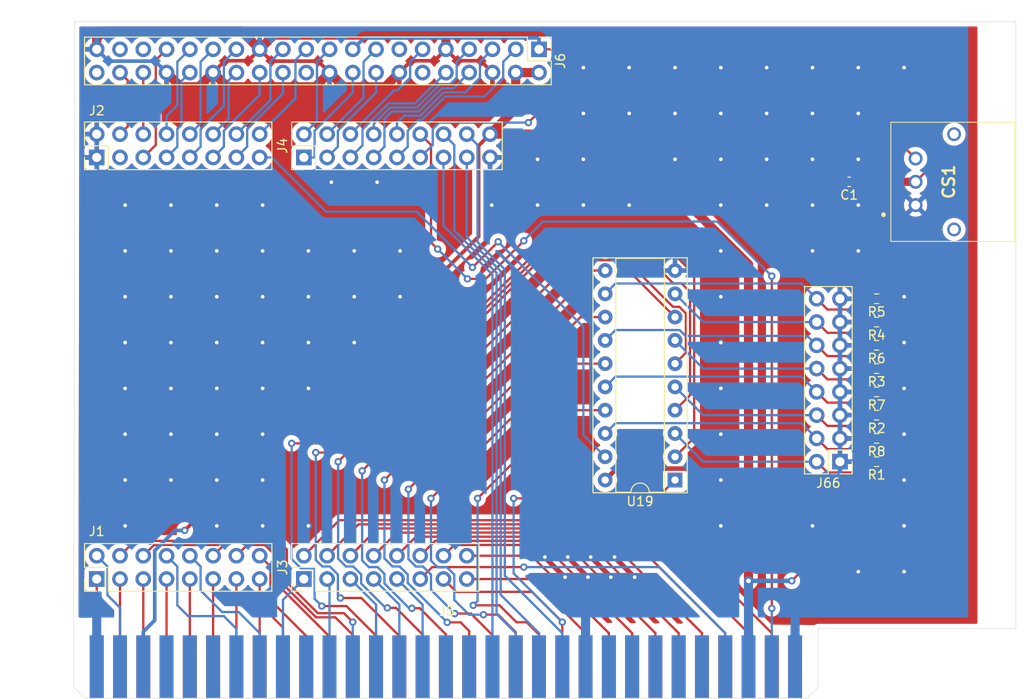
<source format=kicad_pcb>
(kicad_pcb (version 20211014) (generator pcbnew)
  (layers (0 "F.Cu" signal) (31 "B.Cu" signal) (34 "B.Paste" user) (35 "F.Paste" user) (36 "B.SilkS" user "B.Silkscreen") (37 "F.SilkS" user "F.Silkscreen") (38 "B.Mask" user) (39 "F.Mask" user) (44 "Edge.Cuts" user))
  (net 0 "")
  (net 1 "A0")
  (net 2 "A1")
  (net 3 "A2")
  (net 4 "A3")
  (net 5 "A4")
  (net 6 "A5")
  (net 7 "A6")
  (net 8 "A7")
  (net 9 "D0")
  (net 10 "D1")
  (net 11 "D2")
  (net 12 "D3")
  (net 13 "D4")
  (net 14 "D5")
  (net 15 "D6")
  (net 16 "D7")
  (net 17 "GND")
  (net 18 "VCC")
  (net 19 "~{MEMR}")
  (net 20 "~{MEMW}")
  (net 21 "A8")
  (net 22 "A9")
  (net 23 "AEN")
  (net 24 "~{IOW}")
  (net 25 "~{IOR}")
  (net 26 "IO_READY")
  (net 27 "RESET")
  (net 33 "A11")
  (net 37 "A10")
  (net 38 "OSC")
  (net 39 "ROM")
  (net 40 "IRQ1")
  (net 41 "CLK")
  (net 43 "SPDIF_OUT")
  (net 44 "RP13")
  (net 45 "RP12")
  (net 46 "RP11")
  (net 47 "RP10")
  (net 48 "RP9")
  (net 49 "RP8")
  (net 50 "RP7")
  (net 51 "RP6")
  (net 52 "RP5")
  (net 53 "RP4")
  (net 54 "RP3")
  (net 55 "RP2")
  (net 56 "RP1")
  (net 57 "RP0")
  (net 59 "IRQ2")
  (net 60 "IRQ3")
  (net 61 "IRQ4")
  (net 62 "IRQ5")
  (net 63 "A19")
  (net 64 "IRQ7")
  (net 65 "DRQ1")
  (net 66 "~{DACK1}")
  (net 67 "A18")
  (net 68 "A17")
  (net 69 "RP21")
  (net 70 "RP20")
  (net 71 "RP19")
  (net 72 "RP18")
  (net 73 "RP17")
  (net 74 "RP16")
  (net 75 "RP15")
  (net 76 "RP14")
  (net 77 "A16")
  (net 78 "A15")
  (net 79 "A14")
  (net 80 "A13")
  (net 81 "A12")
  (net 87 "DRQ2")
  (net 88 "~{DACK3}")
  (net 89 "V3")
  (net 93 "R0")
  (net 94 "R1")
  (net 95 "R2")
  (net 96 "R3")
  (net 97 "R7")
  (net 98 "R6")
  (net 99 "R5")
  (net 100 "R4")
  (footprint "adlib:BUS_PC" (layer "F.Cu") (at 140 120)
    (fp_text reference "J5")
    (fp_text value "Bus_ISA_8bit")
  )
  (footprint "Connector_PinHeader_2.54mm:PinHeader_2x08_P2.54mm_Vertical" (layer "F.Cu") (at 124.5 110.8 90)
    (fp_text reference "J3")
    (fp_text value "Conn_02x08_Odd_Even")
  )
  (footprint "Connector_PinHeader_2.54mm:PinHeader_2x09_P2.54mm_Vertical" (layer "F.Cu") (at 124.5 64.8 90)
    (fp_text reference "J4")
    (fp_text value "Conn_02x09_Odd_Even")
  )
  (footprint "Connector_PinHeader_2.54mm:PinHeader_2x08_P2.54mm_Vertical" (layer "F.Cu") (at 101.9 110.8 90)
    (fp_text reference "J1")
    (fp_text value "Conn_02x08_Odd_Even")
  )
  (footprint "Connector_PinHeader_2.54mm:PinHeader_2x08_P2.54mm_Vertical" (layer "F.Cu") (at 101.9 64.8 90)
    (fp_text reference "J2")
    (fp_text value "Conn_02x08_Odd_Even")
  )
  (footprint "Connector_PinHeader_2.54mm:PinHeader_2x20_P2.54mm_Vertical" (layer "F.Cu") (at 150.16 53 -90)
    (fp_text reference "J6")
    (fp_text value "Raspberry_Pi_2_3")
  )
  (footprint "Resistor_SMD:R_0603_1608Metric" (layer "F.Cu") (at 187 95.46 180)
    (fp_text reference "R8")
    (fp_text value "10k")
  )
  (footprint "Capacitor_SMD:C_0603_1608Metric" (layer "F.Cu") (at 184 67.46 180)
    (fp_text reference "C1")
    (fp_text value "0.1u")
  )
  (footprint "Resistor_SMD:R_0603_1608Metric" (layer "F.Cu") (at 187 80.22 180)
    (fp_text reference "R5")
    (fp_text value "10k")
  )
  (footprint "Resistor_SMD:R_0603_1608Metric" (layer "F.Cu") (at 187 92.92 180)
    (fp_text reference "R2")
    (fp_text value "10k")
  )
  (footprint "SamacSys_Parts:TOTX1350F" (layer "F.Cu") (at 191.25 70 -90)
    (fp_text reference "CS1")
    (fp_text value "TOTX1350_F_" hide)
  )
  (footprint "Resistor_SMD:R_0603_1608Metric" (layer "F.Cu") (at 187 85.3 180)
    (fp_text reference "R6")
    (fp_text value "10k")
  )
  (footprint "Connector_PinHeader_2.54mm:PinHeader_2x08_P2.54mm_Vertical" (layer "F.Cu") (at 183 98 180)
    (fp_text reference "J66")
    (fp_text value "Conn_02x08_Odd_Even")
  )
  (footprint "Resistor_SMD:R_0603_1608Metric" (layer "F.Cu") (at 187 98 180)
    (fp_text reference "R1")
    (fp_text value "10k")
  )
  (footprint "Resistor_SMD:R_0603_1608Metric" (layer "F.Cu") (at 187 90.38 180)
    (fp_text reference "R7")
    (fp_text value "10k")
  )
  (footprint "Package_DIP:DIP-20_W7.62mm_Socket" (layer "F.Cu") (at 165 100 180)
    (fp_text reference "U19")
    (fp_text value "74LS688")
  )
  (footprint "Resistor_SMD:R_0603_1608Metric" (layer "F.Cu") (at 187 87.84 180)
    (fp_text reference "R3")
    (fp_text value "10k")
  )
  (footprint "Resistor_SMD:R_0603_1608Metric" (layer "F.Cu") (at 187 82.76 180)
    (fp_text reference "R4")
    (fp_text value "10k")
  )
  (gr_line (start 99.5 50) (end 99.5 58) (layer "Edge.Cuts") (width 0.05))
  (gr_line (start 180.6 50) (end 99.5 50) (layer "Edge.Cuts") (width 0.05))
  (gr_line (start 100.6 123.8) (end 99.4 122.6) (layer "Edge.Cuts") (width 0.05))
  (gr_line (start 180.6 122.6) (end 180.6 116.2) (layer "Edge.Cuts") (width 0.05))
  (gr_line (start 202.2 50) (end 180.6 50) (layer "Edge.Cuts") (width 0.05))
  (gr_line (start 99.4 122.6) (end 99.4 116.2) (layer "Edge.Cuts") (width 0.05))
  (gr_line (start 99.4 116.2) (end 99.5 58) (layer "Edge.Cuts") (width 0.05))
  (gr_line (start 202.2 116.2) (end 202.2 50) (layer "Edge.Cuts") (width 0.05))
  (gr_line (start 180.6 116.2) (end 202.2 116.2) (layer "Edge.Cuts") (width 0.05))
  (gr_line (start 179.4 123.8) (end 100.6 123.8) (layer "Edge.Cuts") (width 0.05))
  (gr_line (start 179.4 123.8) (end 180.6 122.6) (layer "Edge.Cuts") (width 0.05))
  (segment (start 101.9 120.381) (end 101.9 110.8) (width 0.25) (layer "F.Cu") (net 1))
  (segment (start 104.44 120.381) (end 104.44 110.8) (width 0.25) (layer "F.Cu") (net 2))
  (segment (start 106.98 120.381) (end 106.98 116.702) (width 0.25) (layer "F.Cu") (net 3))
  (segment (start 106.98 116.702) (end 106.98 110.8) (width 0.25) (layer "F.Cu") (net 3))
  (segment (start 109.52 120.381) (end 109.52 116.702) (width 0.25) (layer "F.Cu") (net 4))
  (segment (start 109.52 116.702) (end 109.52 110.8) (width 0.25) (layer "F.Cu") (net 4))
  (segment (start 112.06 120.381) (end 112.06 110.8) (width 0.25) (layer "F.Cu") (net 5))
  (segment (start 114.6 120.381) (end 114.6 110.8) (width 0.25) (layer "F.Cu") (net 6))
  (segment (start 117.14 120.381) (end 117.14 110.8) (width 0.25) (layer "F.Cu") (net 7))
  (segment (start 119.68 120.381) (end 119.68 110.8) (width 0.25) (layer "F.Cu") (net 8))
  (segment (start 157.78 120.381) (end 157.78 116.702) (width 0.25) (layer "F.Cu") (net 9))
  (segment (start 143.482081 108.26) (end 142.28 108.26) (width 0.25) (layer "F.Cu") (net 9))
  (segment (start 157.78 116.702) (end 149.338 108.26) (width 0.25) (layer "F.Cu") (net 9))
  (segment (start 149.338 108.26) (end 143.482081 108.26) (width 0.25) (layer "F.Cu") (net 9))
  (segment (start 150.702999 107.084999) (end 140.915001 107.084999) (width 0.25) (layer "F.Cu") (net 10))
  (segment (start 160.32 116.702) (end 150.702999 107.084999) (width 0.25) (layer "F.Cu") (net 10))
  (segment (start 160.32 120.381) (end 160.32 116.702) (width 0.25) (layer "F.Cu") (net 10))
  (segment (start 140.915001 107.084999) (end 140.589999 107.410001) (width 0.25) (layer "F.Cu") (net 10))
  (segment (start 140.589999 107.410001) (end 139.74 108.26) (width 0.25) (layer "F.Cu") (net 10))
  (segment (start 162.86 120.381) (end 162.86 116.702) (width 0.25) (layer "F.Cu") (net 11))
  (segment (start 162.86 116.702) (end 152.79299 106.63499) (width 0.25) (layer "F.Cu") (net 11))
  (segment (start 138.82501 106.63499) (end 138.049999 107.410001) (width 0.25) (layer "F.Cu") (net 11))
  (segment (start 138.049999 107.410001) (end 137.2 108.26) (width 0.25) (layer "F.Cu") (net 11))
  (segment (start 152.79299 106.63499) (end 138.82501 106.63499) (width 0.25) (layer "F.Cu") (net 11))
  (segment (start 135.509999 107.410001) (end 134.66 108.26) (width 0.25) (layer "F.Cu") (net 12))
  (segment (start 165.4 120.381) (end 165.4 116.702) (width 0.25) (layer "F.Cu") (net 12))
  (segment (start 136.73502 106.18498) (end 135.509999 107.410001) (width 0.25) (layer "F.Cu") (net 12))
  (segment (start 165.4 116.702) (end 154.88298 106.18498) (width 0.25) (layer "F.Cu") (net 12))
  (segment (start 154.88298 106.18498) (end 136.73502 106.18498) (width 0.25) (layer "F.Cu") (net 12))
  (segment (start 167.94 116.702) (end 156.972971 105.734971) (width 0.25) (layer "F.Cu") (net 13))
  (segment (start 167.94 120.381) (end 167.94 116.702) (width 0.25) (layer "F.Cu") (net 13))
  (segment (start 156.972971 105.734971) (end 134.645029 105.734971) (width 0.25) (layer "F.Cu") (net 13))
  (segment (start 132.969999 107.410001) (end 132.12 108.26) (width 0.25) (layer "F.Cu") (net 13))
  (segment (start 134.645029 105.734971) (end 132.969999 107.410001) (width 0.25) (layer "F.Cu") (net 13))
  (segment (start 170.48 120.381) (end 170.48 116.702) (width 0.25) (layer "F.Cu") (net 14))
  (segment (start 159.062961 105.284961) (end 132.555039 105.284961) (width 0.25) (layer "F.Cu") (net 14))
  (segment (start 132.555039 105.284961) (end 130.429999 107.410001) (width 0.25) (layer "F.Cu") (net 14))
  (segment (start 170.48 116.702) (end 159.062961 105.284961) (width 0.25) (layer "F.Cu") (net 14))
  (segment (start 130.429999 107.410001) (end 129.58 108.26) (width 0.25) (layer "F.Cu") (net 14))
  (segment (start 130.465049 104.834951) (end 127.889999 107.410001) (width 0.25) (layer "F.Cu") (net 15))
  (segment (start 173.02 116.702) (end 161.152951 104.834951) (width 0.25) (layer "F.Cu") (net 15))
  (segment (start 161.152951 104.834951) (end 130.465049 104.834951) (width 0.25) (layer "F.Cu") (net 15))
  (segment (start 173.02 120.381) (end 173.02 116.702) (width 0.25) (layer "F.Cu") (net 15))
  (segment (start 127.889999 107.410001) (end 127.04 108.26) (width 0.25) (layer "F.Cu") (net 15))
  (segment (start 163.242942 104.384942) (end 128.375058 104.384942) (width 0.25) (layer "F.Cu") (net 16))
  (segment (start 175.56 120.381) (end 175.56 116.702) (width 0.25) (layer "F.Cu") (net 16))
  (segment (start 175.56 116.702) (end 163.242942 104.384942) (width 0.25) (layer "F.Cu") (net 16))
  (segment (start 125.349999 107.410001) (end 124.5 108.26) (width 0.25) (layer "F.Cu") (net 16))
  (segment (start 128.375058 104.384942) (end 125.349999 107.410001) (width 0.25) (layer "F.Cu") (net 16))
  (segment (start 134.92 55.54) (end 136.209999 54.250001) (width 0.4) (layer "F.Cu") (net 17))
  (segment (start 128.850001 57.090001) (end 133.369999 57.090001) (width 1) (layer "F.Cu") (net 17))
  (segment (start 158.4 108.4) (end 160.6 110.6) (width 0.5) (layer "F.Cu") (net 17))
  (segment (start 150.8 108.4) (end 153 110.6) (width 0.5) (layer "F.Cu") (net 17))
  (segment (start 111.070001 57.090001) (end 113.049999 57.090001) (width 1) (layer "F.Cu") (net 17))
  (segment (start 120.529999 52.150001) (end 119.68 53) (width 1) (layer "F.Cu") (net 17))
  (segment (start 102.69793 50.999989) (end 117.679989 50.999989) (width 1) (layer "F.Cu") (net 17))
  (segment (start 127.3 55.54) (end 128.850001 57.090001) (width 1) (layer "F.Cu") (net 17))
  (segment (start 153.3 108.4) (end 155.5 110.6) (width 0.5) (layer "F.Cu") (net 17))
  (segment (start 118.830001 52.150001) (end 119.68 53) (width 1) (layer "F.Cu") (net 17))
  (segment (start 141.250001 54.250001) (end 143.790001 54.250001) (width 0.4) (layer "F.Cu") (net 17))
  (segment (start 136.209999 54.250001) (end 138.749999 54.250001) (width 0.4) (layer "F.Cu") (net 17))
  (segment (start 140 51.797919) (end 139.65208 51.449999) (width 1) (layer "F.Cu") (net 17))
  (segment (start 133.369999 57.090001) (end 134.070001 56.389999) (width 1) (layer "F.Cu") (net 17))
  (segment (start 118.830001 53.849999) (end 119.68 53) (width 0.4) (layer "F.Cu") (net 17))
  (segment (start 117.679989 50.999989) (end 118.830001 52.150001) (width 1) (layer "F.Cu") (net 17))
  (segment (start 113.750001 56.389999) (end 114.6 55.54) (width 1) (layer "F.Cu") (net 17))
  (segment (start 101.9 51.797919) (end 102.69793 50.999989) (width 1) (layer "F.Cu") (net 17))
  (segment (start 126.450001 56.389999) (end 127.3 55.54) (width 1) (layer "F.Cu") (net 17))
  (segment (start 116.150001 57.090001) (end 125.749999 57.090001) (width 1) (layer "F.Cu") (net 17))
  (segment (start 139.65208 51.449999) (end 121.230001 51.449999) (width 1) (layer "F.Cu") (net 17))
  (segment (start 134.070001 56.389999) (end 134.92 55.54) (width 1) (layer "F.Cu") (net 17))
  (segment (start 121.230001 51.449999) (end 120.529999 52.150001) (width 1) (layer "F.Cu") (net 17))
  (segment (start 140 53) (end 141.250001 54.250001) (width 0.4) (layer "F.Cu") (net 17))
  (segment (start 155.8 108.4) (end 158 110.6) (width 0.5) (layer "F.Cu") (net 17))
  (segment (start 138.749999 54.250001) (end 139.150001 53.849999) (width 0.4) (layer "F.Cu") (net 17))
  (segment (start 115.889999 54.250001) (end 118.429999 54.250001) (width 0.4) (layer "F.Cu") (net 17))
  (segment (start 139.150001 53.849999) (end 140 53) (width 0.4) (layer "F.Cu") (net 17))
  (segment (start 125.749999 57.090001) (end 126.450001 56.389999) (width 1) (layer "F.Cu") (net 17))
  (segment (start 118.429999 54.250001) (end 118.830001 53.849999) (width 0.4) (layer "F.Cu") (net 17))
  (segment (start 113.049999 57.090001) (end 113.750001 56.389999) (width 1) (layer "F.Cu") (net 17))
  (segment (start 114.6 55.54) (end 115.889999 54.250001) (width 0.4) (layer "F.Cu") (net 17))
  (segment (start 140 53) (end 140 51.797919) (width 1) (layer "F.Cu") (net 17))
  (segment (start 126.049999 54.289999) (end 120.969999 54.289999) (width 0.4) (layer "F.Cu") (net 17))
  (segment (start 127.3 55.54) (end 126.049999 54.289999) (width 0.4) (layer "F.Cu") (net 17))
  (segment (start 101.9 53) (end 101.9 51.797919) (width 1) (layer "F.Cu") (net 17))
  (segment (start 144.230001 54.690001) (end 145.08 55.54) (width 0.4) (layer "F.Cu") (net 17))
  (segment (start 114.6 55.54) (end 116.150001 57.090001) (width 1) (layer "F.Cu") (net 17))
  (segment (start 109.52 55.54) (end 111.070001 57.090001) (width 1) (layer "F.Cu") (net 17))
  (segment (start 143.790001 54.250001) (end 144.230001 54.690001) (width 0.4) (layer "F.Cu") (net 17))
  (segment (start 120.529999 53.849999) (end 119.68 53) (width 0.4) (layer "F.Cu") (net 17))
  (segment (start 120.969999 54.289999) (end 120.529999 53.849999) (width 0.4) (layer "F.Cu") (net 17))
  (via (at 155 65) (size 0.8) (drill 0.4) (layers "F.Cu" "B.Cu") (net 17))
  (via (at 125 85) (size 0.8) (drill 0.4) (layers "F.Cu" "B.Cu") (net 17))
  (via (at 155.5 110.6) (size 0.8) (drill 0.4) (layers "F.Cu" "B.Cu") (net 17))
  (via (at 185 55) (size 0.8) (drill 0.4) (layers "F.Cu" "B.Cu") (net 17))
  (via (at 170 95) (size 0.8) (drill 0.4) (layers "F.Cu" "B.Cu") (net 17))
  (via (at 130 85) (size 0.8) (drill 0.4) (layers "F.Cu" "B.Cu") (net 17))
  (via (at 120 80) (size 0.8) (drill 0.4) (layers "F.Cu" "B.Cu") (net 17))
  (via (at 125 80) (size 0.8) (drill 0.4) (layers "F.Cu" "B.Cu") (net 17))
  (via (at 130 80) (size 0.8) (drill 0.4) (layers "F.Cu" "B.Cu") (net 17))
  (via (at 110 100) (size 0.8) (drill 0.4) (layers "F.Cu" "B.Cu") (net 17))
  (via (at 153 110.6) (size 0.8) (drill 0.4) (layers "F.Cu" "B.Cu") (net 17))
  (via (at 120 105) (size 0.8) (drill 0.4) (layers "F.Cu" "B.Cu") (net 17))
  (via (at 190 90) (size 0.8) (drill 0.4) (layers "F.Cu" "B.Cu") (net 17))
  (via (at 115 100) (size 0.8) (drill 0.4) (layers "F.Cu" "B.Cu") (net 17))
  (via (at 115 70) (size 0.8) (drill 0.4) (layers "F.Cu" "B.Cu") (net 17))
  (via (at 170 60) (size 0.8) (drill 0.4) (layers "F.Cu" "B.Cu") (net 17))
  (via (at 190 105) (size 0.8) (drill 0.4) (layers "F.Cu" "B.Cu") (net 17))
  (via (at 190 85) (size 0.8) (drill 0.4) (layers "F.Cu" "B.Cu") (net 17))
  (via (at 115 85) (size 0.8) (drill 0.4) (layers "F.Cu" "B.Cu") (net 17))
  (via (at 175 70) (size 0.8) (drill 0.4) (layers "F.Cu" "B.Cu") (net 17))
  (via (at 105 95) (size 0.8) (drill 0.4) (layers "F.Cu" "B.Cu") (net 17))
  (via (at 160.6 110.6) (size 0.8) (drill 0.4) (layers "F.Cu" "B.Cu") (net 17))
  (via (at 110 90) (size 0.8) (drill 0.4) (layers "F.Cu" "B.Cu") (net 17))
  (via (at 170 75) (size 0.8) (drill 0.4) (layers "F.Cu" "B.Cu") (net 17))
  (via (at 185 70) (size 0.8) (drill 0.4) (layers "F.Cu" "B.Cu") (net 17))
  (via (at 190 55) (size 0.8) (drill 0.4) (layers "F.Cu" "B.Cu") (net 17))
  (via (at 150.8 108.4) (size 0.8) (drill 0.4) (layers "F.Cu" "B.Cu") (net 17))
  (via (at 130 75) (size 0.8) (drill 0.4) (layers "F.Cu" "B.Cu") (net 17))
  (via (at 115 105) (size 0.8) (drill 0.4) (layers "F.Cu" "B.Cu") (net 17))
  (via (at 120 100) (size 0.8) (drill 0.4) (layers "F.Cu" "B.Cu") (net 17))
  (via (at 135 75) (size 0.8) (drill 0.4) (layers "F.Cu" "B.Cu") (net 17))
  (via (at 158.4 108.4) (size 0.8) (drill 0.4) (layers "F.Cu" "B.Cu") (net 17))
  (via (at 165 65) (size 0.8) (drill 0.4) (layers "F.Cu" "B.Cu") (net 17))
  (via (at 190 110) (size 0.8) (drill 0.4) (layers "F.Cu" "B.Cu") (net 17))
  (via (at 135 80) (size 0.8) (drill 0.4) (layers "F.Cu" "B.Cu") (net 17))
  (via (at 165 55) (size 0.8) (drill 0.4) (layers "F.Cu" "B.Cu") (net 17))
  (via (at 155 55) (size 0.8) (drill 0.4) (layers "F.Cu" "B.Cu") (net 17))
  (via (at 190 95) (size 0.8) (drill 0.4) (layers "F.Cu" "B.Cu") (net 17))
  (via (at 165 60) (size 0.8) (drill 0.4) (layers "F.Cu" "B.Cu") (net 17))
  (via (at 120 90) (size 0.8) (drill 0.4) (layers "F.Cu" "B.Cu") (net 17))
  (via (at 175 60) (size 0.8) (drill 0.4) (layers "F.Cu" "B.Cu") (net 17))
  (via (at 115 75) (size 0.8) (drill 0.4) (layers "F.Cu" "B.Cu") (net 17))
  (via (at 105 105) (size 0.8) (drill 0.4) (layers "F.Cu" "B.Cu") (net 17))
  (via (at 150 70) (size 0.8) (drill 0.4) (layers "F.Cu" "B.Cu") (net 17))
  (via (at 190 80) (size 0.8) (drill 0.4) (layers "F.Cu" "B.Cu") (net 17))
  (via (at 125 105) (size 0.8) (drill 0.4) (layers "F.Cu" "B.Cu") (net 17))
  (via (at 120 75) (size 0.8) (drill 0.4) (layers "F.Cu" "B.Cu") (net 17))
  (via (at 115 90) (size 0.8) (drill 0.4) (layers "F.Cu" "B.Cu") (net 17))
  (via (at 190 100) (size 0.8) (drill 0.4) (layers "F.Cu" "B.Cu") (net 17))
  (via (at 120 95) (size 0.8) (drill 0.4) (layers "F.Cu" "B.Cu") (net 17))
  (via (at 175 65) (size 0.8) (drill 0.4) (layers "F.Cu" "B.Cu") (net 17))
  (via (at 110 80) (size 0.8) (drill 0.4) (layers "F.Cu" "B.Cu") (net 17))
  (via (at 155.8 108.4) (size 0.8) (drill 0.4) (layers "F.Cu" "B.Cu") (net 17))
  (via (at 170 65) (size 0.8) (drill 0.4) (layers "F.Cu" "B.Cu") (net 17))
  (via (at 170 100) (size 0.8) (drill 0.4) (layers "F.Cu" "B.Cu") (net 17))
  (via (at 105 90) (size 0.8) (drill 0.4) (layers "F.Cu" "B.Cu") (net 17))
  (via (at 180 60) (size 0.8) (drill 0.4) (layers "F.Cu" "B.Cu") (net 17))
  (via (at 185 75) (size 0.8) (drill 0.4) (layers "F.Cu" "B.Cu") (net 17))
  (via (at 180 65) (size 0.8) (drill 0.4) (layers "F.Cu" "B.Cu") (net 17))
  (via (at 145 70) (size 0.8) (drill 0.4) (layers "F.Cu" "B.Cu") (net 17))
  (via (at 160 60) (size 0.8) (drill 0.4) (layers "F.Cu" "B.Cu") (net 17))
  (via (at 105 80) (size 0.8) (drill 0.4) (layers "F.Cu" "B.Cu") (net 17))
  (via (at 110 75) (size 0.8) (drill 0.4) (layers "F.Cu" "B.Cu") (net 17))
  (via (at 105 75) (size 0.8) (drill 0.4) (layers "F.Cu" "B.Cu") (net 17))
  (via (at 110 95) (size 0.8) (drill 0.4) (layers "F.Cu" "B.Cu") (net 17))
  (via (at 185 60) (size 0.8) (drill 0.4) (layers "F.Cu" "B.Cu") (net 17))
  (via (at 180 70) (size 0.8) (drill 0.4) (layers "F.Cu" "B.Cu") (net 17))
  (via (at 125 75) (size 0.8) (drill 0.4) (layers "F.Cu" "B.Cu") (net 17))
  (via (at 175 55) (size 0.8) (drill 0.4) (layers "F.Cu" "B.Cu") (net 17))
  (via (at 132.5 67.5) (size 0.8) (drill 0.4) (layers "F.Cu" "B.Cu") (net 17))
  (via (at 153.3 108.4) (size 0.8) (drill 0.4) (layers "F.Cu" "B.Cu") (net 17))
  (via (at 170 70) (size 0.8) (drill 0.4) (layers "F.Cu" "B.Cu") (net 17))
  (via (at 110 85) (size 0.8) (drill 0.4) (layers "F.Cu" "B.Cu") (net 17))
  (via (at 170 80) (size 0.8) (drill 0.4) (layers "F.Cu" "B.Cu") (net 17))
  (via (at 155 70) (size 0.8) (drill 0.4) (layers "F.Cu" "B.Cu") (net 17))
  (via (at 185 110) (size 0.8) (drill 0.4) (layers "F.Cu" "B.Cu") (net 17))
  (via (at 180 55) (size 0.8) (drill 0.4) (layers "F.Cu" "B.Cu") (net 17))
  (via (at 105 70) (size 0.8) (drill 0.4) (layers "F.Cu" "B.Cu") (net 17))
  (via (at 155 60) (size 0.8) (drill 0.4) (layers "F.Cu" "B.Cu") (net 17))
  (via (at 127.5 67.5) (size 0.8) (drill 0.4) (layers "F.Cu" "B.Cu") (net 17))
  (via (at 185 65) (size 0.8) (drill 0.4) (layers "F.Cu" "B.Cu") (net 17))
  (via (at 125 90) (size 0.8) (drill 0.4) (layers "F.Cu" "B.Cu") (net 17))
  (via (at 115 95) (size 0.8) (drill 0.4) (layers "F.Cu" "B.Cu") (net 17))
  (via (at 160 55) (size 0.8) (drill 0.4) (layers "F.Cu" "B.Cu") (net 17))
  (via (at 115 80) (size 0.8) (drill 0.4) (layers "F.Cu" "B.Cu") (net 17))
  (via (at 105 85) (size 0.8) (drill 0.4) (layers "F.Cu" "B.Cu") (net 17))
  (via (at 158 110.6) (size 0.8) (drill 0.4) (layers "F.Cu" "B.Cu") (net 17))
  (via (at 170 105) (size 0.8) (drill 0.4) (layers "F.Cu" "B.Cu") (net 17))
  (via (at 110 70) (size 0.8) (drill 0.4) (layers "F.Cu" "B.Cu") (net 17))
  (via (at 160 70) (size 0.8) (drill 0.4) (layers "F.Cu" "B.Cu") (net 17))
  (via (at 170 90) (size 0.8) (drill 0.4) (layers "F.Cu" "B.Cu") (net 17))
  (via (at 120 70) (size 0.8) (drill 0.4) (layers "F.Cu" "B.Cu") (net 17))
  (via (at 180 75) (size 0.8) (drill 0.4) (layers "F.Cu" "B.Cu") (net 17))
  (via (at 120 85) (size 0.8) (drill 0.4) (layers "F.Cu" "B.Cu") (net 17))
  (via (at 170 85) (size 0.8) (drill 0.4) (layers "F.Cu" "B.Cu") (net 17))
  (via (at 150 65) (size 0.8) (drill 0.4) (layers "F.Cu" "B.Cu") (net 17))
  (via (at 170 55) (size 0.8) (drill 0.4) (layers "F.Cu" "B.Cu") (net 17))
  (via (at 180 105) (size 0.8) (drill 0.4) (layers "F.Cu" "B.Cu") (net 17))
  (via (at 105 100) (size 0.8) (drill 0.4) (layers "F.Cu" "B.Cu") (net 17))
  (segment (start 102.749999 53.849999) (end 101.9 53) (width 0.4) (layer "B.Cu") (net 17))
  (segment (start 103.189999 54.289999) (end 102.749999 53.849999) (width 0.4) (layer "B.Cu") (net 17))
  (segment (start 101.9 120.381) (end 101.9 114) (width 1) (layer "B.Cu") (net 17))
  (segment (start 155.24 120.381) (end 155.24 114) (width 1) (layer "B.Cu") (net 17))
  (segment (start 109.52 55.54) (end 108.269999 54.289999) (width 0.4) (layer "B.Cu") (net 17))
  (segment (start 108.269999 54.289999) (end 103.189999 54.289999) (width 0.4) (layer "B.Cu") (net 17))
  (segment (start 178.1 120.381) (end 178.1 114) (width 1) (layer "B.Cu") (net 17))
  (segment (start 150.16 55.54) (end 147.62 55.54) (width 1) (layer "F.Cu") (net 18))
  (segment (start 143.569999 73.430001) (end 143.569999 63.510001) (width 0.4) (layer "F.Cu") (net 18))
  (segment (start 147.62 59.46) (end 144.82 62.26) (width 1) (layer "F.Cu") (net 18))
  (segment (start 143.970001 63.109999) (end 144.82 62.26) (width 0.4) (layer "F.Cu") (net 18))
  (segment (start 157.38 100) (end 158.629511 98.750489) (width 0.5) (layer "F.Cu") (net 18))
  (segment (start 187.825 82.76) (end 187.825 80.22) (width 0.25) (layer "F.Cu") (net 18))
  (segment (start 173.02 76.465056) (end 158.814944 62.26) (width 1) (layer "F.Cu") (net 18))
  (segment (start 173.02 111) (end 173.02 76.465056) (width 1) (layer "F.Cu") (net 18))
  (segment (start 158.629511 98.750489) (end 166.249511 98.750489) (width 0.5) (layer "F.Cu") (net 18))
  (segment (start 111.5 105.5) (end 143.569999 73.430001) (width 0.4) (layer "F.Cu") (net 18))
  (segment (start 187.825 95.46) (end 187.825 92.92) (width 0.25) (layer "F.Cu") (net 18))
  (segment (start 187.825 92.92) (end 187.825 90.38) (width 0.25) (layer "F.Cu") (net 18))
  (segment (start 147.62 55.54) (end 147.62 59.46) (width 1) (layer "F.Cu") (net 18))
  (segment (start 187.825 98) (end 187.825 95.46) (width 0.25) (layer "F.Cu") (net 18))
  (segment (start 187.825 100.915) (end 177.74 111) (width 0.25) (layer "F.Cu") (net 18))
  (segment (start 166.249511 98.750489) (end 173.02 105.520978) (width 0.5) (layer "F.Cu") (net 18))
  (segment (start 173.02 105.520978) (end 173.02 111) (width 0.5) (layer "F.Cu") (net 18))
  (segment (start 143.569999 63.510001) (end 143.970001 63.109999) (width 0.4) (layer "F.Cu") (net 18))
  (segment (start 187.825 98) (end 187.825 100.915) (width 0.25) (layer "F.Cu") (net 18))
  (segment (start 158.814944 62.26) (end 144.82 62.26) (width 1) (layer "F.Cu") (net 18))
  (segment (start 187.825 87.84) (end 187.825 85.3) (width 0.25) (layer "F.Cu") (net 18))
  (segment (start 187.825 85.3) (end 187.825 82.76) (width 0.25) (layer "F.Cu") (net 18))
  (segment (start 187.825 90.38) (end 187.825 87.84) (width 0.25) (layer "F.Cu") (net 18))
  (via (at 111.5 105.5) (size 0.8) (drill 0.4) (layers "F.Cu" "B.Cu") (net 18))
  (via (at 173.02 111) (size 1) (drill 0.5) (layers "F.Cu" "B.Cu") (net 18))
  (via (at 177.74 111) (size 0.8) (drill 0.4) (layers "F.Cu" "B.Cu") (net 18))
  (segment (start 108.230001 107.699997) (end 110.429998 105.5) (width 0.4) (layer "B.Cu") (net 18))
  (segment (start 108.230001 115.301999) (end 108.230001 107.699997) (width 0.4) (layer "B.Cu") (net 18))
  (segment (start 173.02 120.381) (end 173.02 111) (width 1) (layer "B.Cu") (net 18))
  (segment (start 110.429998 105.5) (end 111.5 105.5) (width 0.4) (layer "B.Cu") (net 18))
  (segment (start 106.98 116.552) (end 108.230001 115.301999) (width 0.4) (layer "B.Cu") (net 18))
  (segment (start 173.02 111) (end 177.74 111) (width 0.5) (layer "B.Cu") (net 18))
  (segment (start 106.98 120.381) (end 106.98 116.552) (width 0.4) (layer "B.Cu") (net 18))
  (segment (start 150.16 116.702) (end 145.980018 112.522018) (width 0.25) (layer "B.Cu") (net 19))
  (segment (start 150.16 120.381) (end 150.16 116.702) (width 0.25) (layer "B.Cu") (net 19))
  (segment (start 145.980018 77.207198) (end 142.28 73.50718) (width 0.25) (layer "B.Cu") (net 19))
  (segment (start 142.28 73.50718) (end 142.28 64.8) (width 0.25) (layer "B.Cu") (net 19))
  (segment (start 145.980018 112.522018) (end 145.980018 77.207198) (width 0.25) (layer "B.Cu") (net 19))
  (segment (start 143.455001 74.045771) (end 143.455001 63.435001) (width 0.25) (layer "B.Cu") (net 20))
  (segment (start 152.7 116.702) (end 146.430028 110.432028) (width 0.25) (layer "B.Cu") (net 20))
  (segment (start 143.455001 63.435001) (end 143.129999 63.109999) (width 0.25) (layer "B.Cu") (net 20))
  (segment (start 146.430027 77.020797) (end 143.455001 74.045771) (width 0.25) (layer "B.Cu") (net 20))
  (segment (start 143.129999 63.109999) (end 142.28 62.26) (width 0.25) (layer "B.Cu") (net 20))
  (segment (start 146.430028 110.432028) (end 146.430027 77.020797) (width 0.25) (layer "B.Cu") (net 20))
  (segment (start 152.7 120.381) (end 152.7 116.702) (width 0.25) (layer "B.Cu") (net 20))
  (segment (start 122.22 120.381) (end 122.22 116.09) (width 0.25) (layer "F.Cu") (net 21))
  (segment (start 122.22 116.09) (end 120.854511 114.724511) (width 0.25) (layer "F.Cu") (net 21))
  (segment (start 120.854511 114.724511) (end 120.854511 109.434511) (width 0.25) (layer "F.Cu") (net 21))
  (segment (start 120.854511 109.434511) (end 119.68 108.26) (width 0.25) (layer "F.Cu") (net 21))
  (segment (start 120.244001 107.084999) (end 118.315001 107.084999) (width 0.25) (layer "F.Cu") (net 22))
  (segment (start 124.76 120.381) (end 124.76 117.02) (width 0.25) (layer "F.Cu") (net 22))
  (segment (start 118.315001 107.084999) (end 117.14 108.26) (width 0.25) (layer "F.Cu") (net 22))
  (segment (start 121.305011 108.146009) (end 120.244001 107.084999) (width 0.25) (layer "F.Cu") (net 22))
  (segment (start 124.76 117.02) (end 121.305011 113.565011) (width 0.25) (layer "F.Cu") (net 22))
  (segment (start 121.305011 113.565011) (end 121.305011 108.146009) (width 0.25) (layer "F.Cu") (net 22))
  (segment (start 149.4 112.2) (end 141.14 112.2) (width 0.25) (layer "F.Cu") (net 23))
  (segment (start 141.14 112.2) (end 139.74 110.8) (width 0.25) (layer "F.Cu") (net 23))
  (segment (start 163 102) (end 165 100) (width 0.25) (layer "F.Cu") (net 23))
  (segment (start 152.7 115.5) (end 149.4 112.2) (width 0.25) (layer "F.Cu") (net 23))
  (segment (start 152.7 120.381) (end 152.7 115.5) (width 0.25) (layer "F.Cu") (net 23))
  (segment (start 147.39 102) (end 163 102) (width 0.25) (layer "F.Cu") (net 23))
  (via (at 152.7 115.5) (size 0.8) (drill 0.4) (layers "F.Cu" "B.Cu") (net 23))
  (via (at 147.39 102) (size 0.8) (drill 0.4) (layers "F.Cu" "B.Cu") (net 23))
  (segment (start 152.7 115.5) (end 148.36 111.16) (width 0.25) (layer "B.Cu") (net 23))
  (segment (start 147.39 110.19) (end 147.39 102) (width 0.25) (layer "B.Cu") (net 23))
  (segment (start 148.36 111.16) (end 147.39 110.19) (width 0.25) (layer "B.Cu") (net 23))
  (segment (start 145.53001 114.61201) (end 145.530009 77.393599) (width 0.25) (layer "B.Cu") (net 24))
  (segment (start 147.62 116.702) (end 145.53001 114.61201) (width 0.25) (layer "B.Cu") (net 24))
  (segment (start 145.530009 77.393599) (end 140.915001 72.778591) (width 0.25) (layer "B.Cu") (net 24))
  (segment (start 140.915001 63.435001) (end 140.589999 63.109999) (width 0.25) (layer "B.Cu") (net 24))
  (segment (start 140.915001 72.778591) (end 140.915001 63.435001) (width 0.25) (layer "B.Cu") (net 24))
  (segment (start 140.589999 63.109999) (end 139.74 62.26) (width 0.25) (layer "B.Cu") (net 24))
  (segment (start 147.62 120.381) (end 147.62 116.702) (width 0.25) (layer "B.Cu") (net 24))
  (segment (start 139.74 72.24) (end 139.74 64.8) (width 0.25) (layer "B.Cu") (net 25))
  (segment (start 145.08 120.381) (end 145.08 77.58) (width 0.25) (layer "B.Cu") (net 25))
  (segment (start 145.08 77.58) (end 139.74 72.24) (width 0.25) (layer "B.Cu") (net 25))
  (segment (start 155.24 116.702) (end 149.338 110.8) (width 0.25) (layer "F.Cu") (net 26))
  (segment (start 155.24 120.381) (end 155.24 116.702) (width 0.25) (layer "F.Cu") (net 26))
  (segment (start 149.338 110.8) (end 142.28 110.8) (width 0.25) (layer "F.Cu") (net 26))
  (segment (start 175.56 114) (end 175.56 103.31) (width 0.25) (layer "F.Cu") (net 27))
  (segment (start 138.374511 63.434511) (end 137.2 62.26) (width 0.25) (layer "F.Cu") (net 27))
  (segment (start 138.374511 63.434511) (end 138.374511 74.074511) (width 0.25) (layer "F.Cu") (net 27))
  (segment (start 148.5 73.9) (end 144.35 78.05) (width 0.25) (layer "F.Cu") (net 27))
  (segment (start 175.56 103.31) (end 175.56 77.75) (width 0.25) (layer "F.Cu") (net 27))
  (segment (start 144.35 78.05) (end 142.35 78.05) (width 0.25) (layer "F.Cu") (net 27))
  (segment (start 138.374511 74.074511) (end 139.1 74.8) (width 0.25) (layer "F.Cu") (net 27))
  (via (at 142.35 78.05) (size 0.8) (drill 0.4) (layers "F.Cu" "B.Cu") (net 27))
  (via (at 175.56 77.75) (size 0.8) (drill 0.4) (layers "F.Cu" "B.Cu") (net 27))
  (via (at 175.56 114) (size 0.8) (drill 0.4) (layers "F.Cu" "B.Cu") (net 27))
  (via (at 148.5 73.9) (size 0.8) (drill 0.4) (layers "F.Cu" "B.Cu") (net 27))
  (via (at 139.1 74.8) (size 0.8) (drill 0.4) (layers "F.Cu" "B.Cu") (net 27))
  (segment (start 169.61 71.8) (end 150.6 71.8) (width 0.25) (layer "B.Cu") (net 27))
  (segment (start 175.56 77.75) (end 169.61 71.8) (width 0.25) (layer "B.Cu") (net 27))
  (segment (start 175.56 120.381) (end 175.56 114) (width 0.25) (layer "B.Cu") (net 27))
  (segment (start 150.6 71.8) (end 148.5 73.9) (width 0.25) (layer "B.Cu") (net 27))
  (segment (start 139.1 74.8) (end 142.35 78.05) (width 0.25) (layer "B.Cu") (net 27))
  (segment (start 122.204541 111.348823) (end 122.204541 107.773411) (width 0.25) (layer "F.Cu") (net 33))
  (segment (start 115.138793 107.085489) (end 108.154511 107.085489) (width 0.25) (layer "F.Cu") (net 33))
  (segment (start 127.93 114.98) (end 125.835718 114.98) (width 0.25) (layer "F.Cu") (net 33))
  (segment (start 120.616599 106.18547) (end 116.038813 106.185469) (width 0.25) (layer "F.Cu") (net 33))
  (segment (start 116.038813 106.185469) (end 115.138793 107.085489) (width 0.25) (layer "F.Cu") (net 33))
  (segment (start 125.835718 114.98) (end 122.204541 111.348823) (width 0.25) (layer "F.Cu") (net 33))
  (segment (start 129.84 120.381) (end 129.84 116.89) (width 0.25) (layer "F.Cu") (net 33))
  (segment (start 122.204541 107.773411) (end 120.616599 106.18547) (width 0.25) (layer "F.Cu") (net 33))
  (segment (start 108.154511 107.085489) (end 106.98 108.26) (width 0.25) (layer "F.Cu") (net 33))
  (segment (start 129.84 116.89) (end 127.93 114.98) (width 0.25) (layer "F.Cu") (net 33))
  (segment (start 116.225011 106.634989) (end 114.6 108.26) (width 0.25) (layer "F.Cu") (net 37))
  (segment (start 121.755021 111.535021) (end 121.755021 107.959609) (width 0.25) (layer "F.Cu") (net 37))
  (segment (start 120.430402 106.63499) (end 116.225011 106.634989) (width 0.25) (layer "F.Cu") (net 37))
  (segment (start 127.3 117.08) (end 121.755021 111.535021) (width 0.25) (layer "F.Cu") (net 37))
  (segment (start 127.3 120.381) (end 127.3 117.08) (width 0.25) (layer "F.Cu") (net 37))
  (segment (start 121.755021 107.959609) (end 120.430402 106.63499) (width 0.25) (layer "F.Cu") (net 37))
  (segment (start 103.074511 112.564511) (end 103.074511 109.434511) (width 0.25) (layer "B.Cu") (net 38))
  (segment (start 104.44 120.381) (end 104.44 113.93) (width 0.25) (layer "B.Cu") (net 38))
  (segment (start 104.44 113.93) (end 103.074511 112.564511) (width 0.25) (layer "B.Cu") (net 38))
  (segment (start 103.074511 109.434511) (end 101.9 108.26) (width 0.25) (layer "B.Cu") (net 38))
  (segment (start 142.9 76.8) (end 145.7 74) (width 0.25) (layer "F.Cu") (net 39))
  (via (at 145.7 74) (size 0.8) (drill 0.4) (layers "F.Cu" "B.Cu") (net 39))
  (via (at 142.9 76.8) (size 0.8) (drill 0.4) (layers "F.Cu" "B.Cu") (net 39))
  (segment (start 126.924511 70.724511) (end 136.824511 70.724511) (width 0.25) (layer "B.Cu") (net 39))
  (segment (start 121 64.8) (end 124.1 67.9) (width 0.25) (layer "B.Cu") (net 39))
  (segment (start 124.1 67.9) (end 126.924511 70.724511) (width 0.25) (layer "B.Cu") (net 39))
  (segment (start 145.7 74) (end 155 83.3) (width 0.25) (layer "B.Cu") (net 39))
  (segment (start 119.68 64.8) (end 121 64.8) (width 0.25) (layer "B.Cu") (net 39))
  (segment (start 155 83.3) (end 155 95.08) (width 0.25) (layer "B.Cu") (net 39))
  (segment (start 136.824511 70.724511) (end 142.9 76.8) (width 0.25) (layer "B.Cu") (net 39))
  (segment (start 155 95.08) (end 157.38 97.46) (width 0.25) (layer "B.Cu") (net 39))
  (segment (start 132.38 113.6) (end 129.58 110.8) (width 0.25) (layer "B.Cu") (net 40))
  (segment (start 132.38 120.381) (end 132.38 113.6) (width 0.25) (layer "B.Cu") (net 40))
  (segment (start 129.84 115.5) (end 128.87048 114.53048) (width 0.25) (layer "F.Cu") (net 41))
  (segment (start 122.654061 111.162625) (end 122.654061 107.587213) (width 0.25) (layer "F.Cu") (net 41))
  (segment (start 126.021916 114.53048) (end 122.654061 111.162625) (width 0.25) (layer "F.Cu") (net 41))
  (segment (start 122.654061 107.587213) (end 120.802796 105.73595) (width 0.25) (layer "F.Cu") (net 41))
  (segment (start 114.952595 106.635969) (end 106.064031 106.635969) (width 0.25) (layer "F.Cu") (net 41))
  (segment (start 115.852615 105.735949) (end 114.952595 106.635969) (width 0.25) (layer "F.Cu") (net 41))
  (segment (start 128.87048 114.53048) (end 126.021916 114.53048) (width 0.25) (layer "F.Cu") (net 41))
  (segment (start 120.802796 105.73595) (end 115.852615 105.735949) (width 0.25) (layer "F.Cu") (net 41))
  (segment (start 106.064031 106.635969) (end 104.44 108.26) (width 0.25) (layer "F.Cu") (net 41))
  (via (at 129.84 115.5) (size 0.8) (drill 0.4) (layers "F.Cu" "B.Cu") (net 41))
  (segment (start 129.84 120.381) (end 129.84 115.5) (width 0.25) (layer "B.Cu") (net 41))
  (segment (start 150.724511 59.275489) (end 149 61) (width 0.25) (layer "F.Cu") (net 43))
  (segment (start 185.605489 59.275489) (end 150.724511 59.275489) (width 0.25) (layer "F.Cu") (net 43))
  (segment (start 191.25 64.92) (end 185.605489 59.275489) (width 0.25) (layer "F.Cu") (net 43))
  (via (at 149 61) (size 0.8) (drill 0.4) (layers "F.Cu" "B.Cu") (net 43))
  (segment (start 139.260998 61) (end 149 61) (width 0.25) (layer "B.Cu") (net 43))
  (segment (start 137.2 64.8) (end 138.564999 63.435001) (width 0.25) (layer "B.Cu") (net 43))
  (segment (start 138.564999 61.695999) (end 139.260998 61) (width 0.25) (layer "B.Cu") (net 43))
  (segment (start 138.564999 63.435001) (end 138.564999 61.695999) (width 0.25) (layer "B.Cu") (net 43))
  (segment (start 108.344999 63.435001) (end 107.829999 63.950001) (width 0.25) (layer "F.Cu") (net 44))
  (segment (start 107.829999 63.950001) (end 106.98 64.8) (width 0.25) (layer "F.Cu") (net 44))
  (segment (start 108.344999 54.175001) (end 108.344999 63.435001) (width 0.25) (layer "F.Cu") (net 44))
  (segment (start 109.52 53) (end 108.344999 54.175001) (width 0.25) (layer "F.Cu") (net 44))
  (segment (start 112.06 55.54) (end 111.145011 56.454989) (width 0.25) (layer "B.Cu") (net 45))
  (segment (start 111.145011 56.454989) (end 111.145011 61.254989) (width 0.25) (layer "B.Cu") (net 45))
  (segment (start 110.369999 63.950001) (end 109.52 64.8) (width 0.25) (layer "B.Cu") (net 45))
  (segment (start 110.695001 63.624999) (end 110.369999 63.950001) (width 0.25) (layer "B.Cu") (net 45))
  (segment (start 110.695001 61.704999) (end 110.695001 63.624999) (width 0.25) (layer "B.Cu") (net 45))
  (segment (start 111.145011 61.254989) (end 110.695001 61.704999) (width 0.25) (layer "B.Cu") (net 45))
  (segment (start 120.855001 54.364999) (end 120.855001 58.544999) (width 0.25) (layer "B.Cu") (net 46))
  (segment (start 122.22 53) (end 120.855001 54.364999) (width 0.25) (layer "B.Cu") (net 46))
  (segment (start 120.855001 58.544999) (end 117.14 62.26) (width 0.25) (layer "B.Cu") (net 46))
  (segment (start 125.349999 61.410001) (end 124.5 62.26) (width 0.25) (layer "B.Cu") (net 47))
  (segment (start 127.3 53) (end 125.935001 54.364999) (width 0.25) (layer "B.Cu") (net 47))
  (segment (start 125.935001 54.364999) (end 125.935001 60.824999) (width 0.25) (layer "B.Cu") (net 47))
  (segment (start 125.935001 60.824999) (end 125.349999 61.410001) (width 0.25) (layer "B.Cu") (net 47))
  (segment (start 120.529999 61.410001) (end 119.68 62.26) (width 0.25) (layer "B.Cu") (net 48))
  (segment (start 123.584999 54.175001) (end 123.584999 58.355001) (width 0.25) (layer "B.Cu") (net 48))
  (segment (start 124.76 53) (end 123.584999 54.175001) (width 0.25) (layer "B.Cu") (net 48))
  (segment (start 123.584999 58.355001) (end 120.529999 61.410001) (width 0.25) (layer "B.Cu") (net 48))
  (segment (start 118.315001 61.721409) (end 118.315001 63.624999) (width 0.25) (layer "B.Cu") (net 49))
  (segment (start 118.315001 63.624999) (end 117.989999 63.950001) (width 0.25) (layer "B.Cu") (net 49))
  (segment (start 122.22 55.54) (end 122.22 57.81641) (width 0.25) (layer "B.Cu") (net 49))
  (segment (start 117.989999 63.950001) (end 117.14 64.8) (width 0.25) (layer "B.Cu") (net 49))
  (segment (start 122.22 57.81641) (end 118.315001 61.721409) (width 0.25) (layer "B.Cu") (net 49))
  (segment (start 115.775001 61.885997) (end 115.775001 63.624999) (width 0.25) (layer "B.Cu") (net 50))
  (segment (start 115.449999 63.950001) (end 114.6 64.8) (width 0.25) (layer "B.Cu") (net 50))
  (segment (start 119.68 57.980998) (end 115.775001 61.885997) (width 0.25) (layer "B.Cu") (net 50))
  (segment (start 119.68 55.54) (end 119.68 57.980998) (width 0.25) (layer "B.Cu") (net 50))
  (segment (start 115.775001 63.624999) (end 115.449999 63.950001) (width 0.25) (layer "B.Cu") (net 50))
  (segment (start 110.695001 54.364999) (end 110.695001 59.104999) (width 0.25) (layer "B.Cu") (net 51))
  (segment (start 112.06 53) (end 110.695001 54.364999) (width 0.25) (layer "B.Cu") (net 51))
  (segment (start 110.695001 59.104999) (end 109.52 60.28) (width 0.25) (layer "B.Cu") (net 51))
  (segment (start 109.52 60.28) (end 109.52 62.26) (width 0.25) (layer "B.Cu") (net 51))
  (segment (start 113.235001 61.084999) (end 112.909999 61.410001) (width 0.25) (layer "B.Cu") (net 52))
  (segment (start 112.909999 61.410001) (end 112.06 62.26) (width 0.25) (layer "B.Cu") (net 52))
  (segment (start 113.235001 54.364999) (end 113.235001 61.084999) (width 0.25) (layer "B.Cu") (net 52))
  (segment (start 114.6 53) (end 113.235001 54.364999) (width 0.25) (layer "B.Cu") (net 52))
  (segment (start 139.37641 56.8) (end 136.8264 59.35001) (width 0.25) (layer "B.Cu") (net 53))
  (segment (start 141.175001 56.104001) (end 140.479002 56.8) (width 0.25) (layer "B.Cu") (net 53))
  (segment (start 142.54 53) (end 141.175001 54.364999) (width 0.25) (layer "B.Cu") (net 53))
  (segment (start 133.927398 59.35001) (end 132.12 61.157408) (width 0.25) (layer "B.Cu") (net 53))
  (segment (start 132.12 61.157408) (end 132.12 62.26) (width 0.25) (layer "B.Cu") (net 53))
  (segment (start 140.479002 56.8) (end 139.37641 56.8) (width 0.25) (layer "B.Cu") (net 53))
  (segment (start 136.8264 59.35001) (end 133.927398 59.35001) (width 0.25) (layer "B.Cu") (net 53))
  (segment (start 141.175001 54.364999) (end 141.175001 56.104001) (width 0.25) (layer "B.Cu") (net 53))
  (segment (start 138.974615 58.474615) (end 137.1992 60.25003) (width 0.25) (layer "B.Cu") (net 54))
  (segment (start 134.66 61.04) (end 134.66 62.26) (width 0.25) (layer "B.Cu") (net 54))
  (segment (start 139.74921 57.70002) (end 138.974615 58.474615) (width 0.25) (layer "B.Cu") (net 54))
  (segment (start 137.1992 60.25003) (end 135.6 60.25003) (width 0.25) (layer "B.Cu") (net 54))
  (segment (start 142.118982 57.70002) (end 139.74921 57.70002) (width 0.25) (layer "B.Cu") (net 54))
  (segment (start 135.6 60.25003) (end 135.44997 60.25003) (width 0.25) (layer "B.Cu") (net 54))
  (segment (start 143.715001 56.104001) (end 142.118982 57.70002) (width 0.25) (layer "B.Cu") (net 54))
  (segment (start 143.715001 54.364999) (end 143.715001 56.104001) (width 0.25) (layer "B.Cu") (net 54))
  (segment (start 145.08 53) (end 143.715001 54.364999) (width 0.25) (layer "B.Cu") (net 54))
  (segment (start 135.44997 60.25003) (end 134.66 61.04) (width 0.25) (layer "B.Cu") (net 54))
  (segment (start 146.255001 54.364999) (end 146.255001 56.104001) (width 0.25) (layer "B.Cu") (net 55))
  (segment (start 139.93561 58.15003) (end 137.3856 60.70004) (width 0.25) (layer "B.Cu") (net 55))
  (segment (start 137.3856 60.70004) (end 137.020958 60.70004) (width 0.25) (layer "B.Cu") (net 55))
  (segment (start 147.62 53) (end 146.255001 54.364999) (width 0.25) (layer "B.Cu") (net 55))
  (segment (start 135.835001 61.885997) (end 135.835001 63.624999) (width 0.25) (layer "B.Cu") (net 55))
  (segment (start 137.020958 60.70004) (end 135.835001 61.885997) (width 0.25) (layer "B.Cu") (net 55))
  (segment (start 144.208972 58.15003) (end 139.93561 58.15003) (width 0.25) (layer "B.Cu") (net 55))
  (segment (start 146.255001 56.104001) (end 144.208972 58.15003) (width 0.25) (layer "B.Cu") (net 55))
  (segment (start 135.835001 63.624999) (end 135.509999 63.950001) (width 0.25) (layer "B.Cu") (net 55))
  (segment (start 135.509999 63.950001) (end 134.66 64.8) (width 0.25) (layer "B.Cu") (net 55))
  (segment (start 117.14 55.54) (end 116.290001 56.389999) (width 0.25) (layer "B.Cu") (net 56))
  (segment (start 116.290001 56.389999) (end 116.290001 60.569999) (width 0.25) (layer "B.Cu") (net 56))
  (segment (start 115.449999 61.410001) (end 114.6 62.26) (width 0.25) (layer "B.Cu") (net 56))
  (segment (start 116.290001 60.569999) (end 115.449999 61.410001) (width 0.25) (layer "B.Cu") (net 56))
  (segment (start 115.775001 59.181409) (end 113.235001 61.721409) (width 0.25) (layer "B.Cu") (net 57))
  (segment (start 115.775001 54.364999) (end 115.775001 59.181409) (width 0.25) (layer "B.Cu") (net 57))
  (segment (start 117.14 53) (end 115.775001 54.364999) (width 0.25) (layer "B.Cu") (net 57))
  (segment (start 113.235001 61.721409) (end 113.235001 63.624999) (width 0.25) (layer "B.Cu") (net 57))
  (segment (start 113.235001 63.624999) (end 112.909999 63.950001) (width 0.25) (layer "B.Cu") (net 57))
  (segment (start 112.909999 63.950001) (end 112.06 64.8) (width 0.25) (layer "B.Cu") (net 57))
  (segment (start 138.5 109.5) (end 137.2 110.8) (width 0.25) (layer "F.Cu") (net 59))
  (segment (start 148.5 109.5) (end 138.5 109.5) (width 0.25) (layer "F.Cu") (net 59))
  (via (at 148.5 109.5) (size 0.8) (drill 0.4) (layers "F.Cu" "B.Cu") (net 59))
  (segment (start 170.48 120.381) (end 170.48 116.702) (width 0.25) (layer "B.Cu") (net 59))
  (segment (start 148.5 109.5) (end 163.278 109.5) (width 0.25) (layer "B.Cu") (net 59))
  (segment (start 170.48 116.702) (end 163.278 109.5) (width 0.25) (layer "B.Cu") (net 59))
  (segment (start 117.14 116.22) (end 115.77 114.85) (width 0.25) (layer "B.Cu") (net 60))
  (segment (start 110.694511 109.434511) (end 109.52 108.26) (width 0.25) (layer "B.Cu") (net 60))
  (segment (start 110.694511 113.664511) (end 110.694511 109.434511) (width 0.25) (layer "B.Cu") (net 60))
  (segment (start 111.88 114.85) (end 110.694511 113.664511) (width 0.25) (layer "B.Cu") (net 60))
  (segment (start 115.77 114.85) (end 111.88 114.85) (width 0.25) (layer "B.Cu") (net 60))
  (segment (start 117.14 120.381) (end 117.14 116.22) (width 0.25) (layer "B.Cu") (net 60))
  (segment (start 119.68 116.702) (end 117.37848 114.40048) (width 0.25) (layer "B.Cu") (net 61))
  (segment (start 113.234511 112.051189) (end 113.234511 109.434511) (width 0.25) (layer "B.Cu") (net 61))
  (segment (start 117.37848 114.40048) (end 115.583802 114.40048) (width 0.25) (layer "B.Cu") (net 61))
  (segment (start 113.234511 109.434511) (end 112.06 108.26) (width 0.25) (layer "B.Cu") (net 61))
  (segment (start 115.583802 114.40048) (end 113.234511 112.051189) (width 0.25) (layer "B.Cu") (net 61))
  (segment (start 119.68 116.702) (end 119.68 120.381) (width 0.25) (layer "B.Cu") (net 61))
  (segment (start 122.22 113.08) (end 124.5 110.8) (width 0.25) (layer "B.Cu") (net 62))
  (segment (start 122.22 120.381) (end 122.22 113.08) (width 0.25) (layer "B.Cu") (net 62))
  (segment (start 153.074511 92.38) (end 157.38 92.38) (width 0.25) (layer "F.Cu") (net 63))
  (segment (start 147.7 115.52) (end 146.07 113.89) (width 0.25) (layer "F.Cu") (net 63))
  (segment (start 143.454511 102) (end 153.074511 92.38) (width 0.25) (layer "F.Cu") (net 63))
  (segment (start 146.07 113.89) (end 145.85 113.67) (width 0.25) (layer "F.Cu") (net 63))
  (segment (start 149.09 115.8) (end 148.81 115.52) (width 0.25) (layer "F.Cu") (net 63))
  (segment (start 150.16 116.87) (end 149.09 115.8) (width 0.25) (layer "F.Cu") (net 63))
  (segment (start 147.83 115.52) (end 147.7 115.52) (width 0.25) (layer "F.Cu") (net 63))
  (segment (start 148.81 115.52) (end 147.83 115.52) (width 0.25) (layer "F.Cu") (net 63))
  (segment (start 150.16 120.381) (end 150.16 116.87) (width 0.25) (layer "F.Cu") (net 63))
  (segment (start 145.85 113.67) (end 142.98 113.67) (width 0.25) (layer "F.Cu") (net 63))
  (via (at 142.98 113.67) (size 0.8) (drill 0.4) (layers "F.Cu" "B.Cu") (net 63))
  (via (at 143.454511 102) (size 0.8) (drill 0.4) (layers "F.Cu" "B.Cu") (net 63))
  (segment (start 142.98 113.67) (end 143.454511 113.195489) (width 0.25) (layer "B.Cu") (net 63))
  (segment (start 143.454511 113.195489) (end 143.454511 102) (width 0.25) (layer "B.Cu") (net 63))
  (segment (start 127.3 111.06) (end 127.04 110.8) (width 0.25) (layer "B.Cu") (net 64))
  (segment (start 127.3 120.381) (end 127.3 111.06) (width 0.25) (layer "B.Cu") (net 64))
  (segment (start 134.92 113.6) (end 132.12 110.8) (width 0.25) (layer "B.Cu") (net 65))
  (segment (start 134.92 120.381) (end 134.92 113.6) (width 0.25) (layer "B.Cu") (net 65))
  (segment (start 137.46 120.381) (end 137.46 113.6) (width 0.25) (layer "B.Cu") (net 66))
  (segment (start 137.46 113.6) (end 134.66 110.8) (width 0.25) (layer "B.Cu") (net 66))
  (segment (start 138.374511 102) (end 153.074511 87.3) (width 0.25) (layer "F.Cu") (net 67))
  (segment (start 145.71 114.69) (end 144.1 114.69) (width 0.25) (layer "F.Cu") (net 67))
  (segment (start 147.62 116.6) (end 145.71 114.69) (width 0.25) (layer "F.Cu") (net 67))
  (segment (start 147.62 120.381) (end 147.62 116.6) (width 0.25) (layer "F.Cu") (net 67))
  (segment (start 153.074511 87.3) (end 157.38 87.3) (width 0.25) (layer "F.Cu") (net 67))
  (via (at 144.1 114.69) (size 0.8) (drill 0.4) (layers "F.Cu" "B.Cu") (net 67))
  (via (at 138.374511 102) (size 0.8) (drill 0.4) (layers "F.Cu" "B.Cu") (net 67))
  (segment (start 139.09 109.52) (end 138.374511 108.804511) (width 0.25) (layer "B.Cu") (net 67))
  (segment (start 138.374511 108.804511) (end 138.374511 102) (width 0.25) (layer "B.Cu") (net 67))
  (segment (start 142.52 114.69) (end 141.16 113.33) (width 0.25) (layer "B.Cu") (net 67))
  (segment (start 140.914511 110.313501) (end 140.12101 109.52) (width 0.25) (layer "B.Cu") (net 67))
  (segment (start 140.914511 113.084511) (end 140.914511 110.313501) (width 0.25) (layer "B.Cu") (net 67))
  (segment (start 144.1 114.69) (end 142.52 114.69) (width 0.25) (layer "B.Cu") (net 67))
  (segment (start 140.12101 109.52) (end 139.09 109.52) (width 0.25) (layer "B.Cu") (net 67))
  (segment (start 141.16 113.33) (end 140.914511 113.084511) (width 0.25) (layer "B.Cu") (net 67))
  (segment (start 143.45 115.29) (end 142.73 114.57) (width 0.25) (layer "F.Cu") (net 68))
  (segment (start 142.73 114.57) (end 140.97 114.57) (width 0.25) (layer "F.Cu") (net 68))
  (segment (start 154.69 82.22) (end 157.38 82.22) (width 0.25) (layer "F.Cu") (net 68))
  (segment (start 145.08 120.381) (end 145.08 116.92) (width 0.25) (layer "F.Cu") (net 68))
  (segment (start 145.08 116.92) (end 143.45 115.29) (width 0.25) (layer "F.Cu") (net 68))
  (segment (start 135.91 101) (end 154.69 82.22) (width 0.25) (layer "F.Cu") (net 68))
  (via (at 140.97 114.57) (size 0.8) (drill 0.4) (layers "F.Cu" "B.Cu") (net 68))
  (via (at 135.91 101) (size 0.8) (drill 0.4) (layers "F.Cu" "B.Cu") (net 68))
  (segment (start 138.374511 111.974511) (end 138.374511 110.313501) (width 0.25) (layer "B.Cu") (net 68))
  (segment (start 137.50101 109.44) (end 136.71899 109.44) (width 0.25) (layer "B.Cu") (net 68))
  (segment (start 140.97 114.57) (end 138.374511 111.974511) (width 0.25) (layer "B.Cu") (net 68))
  (segment (start 135.91 108.63101) (end 135.91 101) (width 0.25) (layer "B.Cu") (net 68))
  (segment (start 138.374511 110.313501) (end 137.50101 109.44) (width 0.25) (layer "B.Cu") (net 68))
  (segment (start 136.71899 109.44) (end 135.91 108.63101) (width 0.25) (layer "B.Cu") (net 68))
  (segment (start 125.6 64.8) (end 124.5 64.8) (width 0.25) (layer "B.Cu") (net 69))
  (segment (start 125.675001 61.885997) (end 125.675001 64.724999) (width 0.25) (layer "B.Cu") (net 69))
  (segment (start 129.84 57.720998) (end 125.675001 61.885997) (width 0.25) (layer "B.Cu") (net 69))
  (segment (start 125.675001 64.724999) (end 125.6 64.8) (width 0.25) (layer "B.Cu") (net 69))
  (segment (start 129.84 55.54) (end 129.84 57.720998) (width 0.25) (layer "B.Cu") (net 69))
  (segment (start 128.215001 61.884999) (end 128.215001 63.624999) (width 0.25) (layer "B.Cu") (net 70))
  (segment (start 127.889999 63.950001) (end 127.04 64.8) (width 0.25) (layer "B.Cu") (net 70))
  (segment (start 128.215001 63.624999) (end 127.889999 63.950001) (width 0.25) (layer "B.Cu") (net 70))
  (segment (start 132.38 57.72) (end 128.215001 61.884999) (width 0.25) (layer "B.Cu") (net 70))
  (segment (start 132.38 55.54) (end 132.38 57.72) (width 0.25) (layer "B.Cu") (net 70))
  (segment (start 127.889999 61.410001) (end 127.04 62.26) (width 0.25) (layer "B.Cu") (net 71))
  (segment (start 131.015001 58.284999) (end 127.889999 61.410001) (width 0.25) (layer "B.Cu") (net 71))
  (segment (start 131.015001 54.364999) (end 131.015001 58.284999) (width 0.25) (layer "B.Cu") (net 71))
  (segment (start 132.38 53) (end 131.015001 54.364999) (width 0.25) (layer "B.Cu") (net 71))
  (segment (start 104.44 55.54) (end 105.289999 56.389999) (width 0.25) (layer "F.Cu") (net 72))
  (segment (start 105.289999 61.410001) (end 104.44 62.26) (width 0.25) (layer "F.Cu") (net 72))
  (segment (start 105.289999 56.389999) (end 105.289999 61.410001) (width 0.25) (layer "F.Cu") (net 72))
  (segment (start 134.699002 57.5) (end 134.34 57.5) (width 0.25) (layer "B.Cu") (net 73))
  (segment (start 134.34 57.5) (end 129.58 62.26) (width 0.25) (layer "B.Cu") (net 73))
  (segment (start 136.095001 54.364999) (end 136.095001 56.104001) (width 0.25) (layer "B.Cu") (net 73))
  (segment (start 136.095001 56.104001) (end 134.699002 57.5) (width 0.25) (layer "B.Cu") (net 73))
  (segment (start 137.46 53) (end 136.095001 54.364999) (width 0.25) (layer "B.Cu") (net 73))
  (segment (start 106.98 55.54) (end 106.98 56.742081) (width 0.25) (layer "F.Cu") (net 74))
  (segment (start 106.98 56.742081) (end 106.98 62.26) (width 0.25) (layer "F.Cu") (net 74))
  (segment (start 130.429999 63.950001) (end 129.58 64.8) (width 0.25) (layer "B.Cu") (net 75))
  (segment (start 136.64 58.9) (end 133.740998 58.9) (width 0.25) (layer "B.Cu") (net 75))
  (segment (start 133.740998 58.9) (end 130.9 61.740998) (width 0.25) (layer "B.Cu") (net 75))
  (segment (start 140 55.54) (end 136.64 58.9) (width 0.25) (layer "B.Cu") (net 75))
  (segment (start 130.9 61.740998) (end 130.9 63.48) (width 0.25) (layer "B.Cu") (net 75))
  (segment (start 130.9 63.48) (end 130.429999 63.950001) (width 0.25) (layer "B.Cu") (net 75))
  (segment (start 139.56281 57.25001) (end 137.0128 59.80002) (width 0.25) (layer "B.Cu") (net 76))
  (segment (start 142.54 55.54) (end 140.82999 57.25001) (width 0.25) (layer "B.Cu") (net 76))
  (segment (start 132.969999 63.950001) (end 132.12 64.8) (width 0.25) (layer "B.Cu") (net 76))
  (segment (start 133.295001 60.618817) (end 133.295001 63.624999) (width 0.25) (layer "B.Cu") (net 76))
  (segment (start 140.82999 57.25001) (end 139.56281 57.25001) (width 0.25) (layer "B.Cu") (net 76))
  (segment (start 134.113798 59.80002) (end 133.295001 60.618817) (width 0.25) (layer "B.Cu") (net 76))
  (segment (start 133.295001 63.624999) (end 132.969999 63.950001) (width 0.25) (layer "B.Cu") (net 76))
  (segment (start 137.0128 59.80002) (end 134.113798 59.80002) (width 0.25) (layer "B.Cu") (net 76))
  (segment (start 142.54 120.381) (end 142.54 116.47) (width 0.25) (layer "F.Cu") (net 77))
  (segment (start 141.6 115.53) (end 140.14 115.53) (width 0.25) (layer "F.Cu") (net 77))
  (segment (start 142.54 116.47) (end 141.6 115.53) (width 0.25) (layer "F.Cu") (net 77))
  (segment (start 133.294511 100) (end 156.154511 77.14) (width 0.25) (layer "F.Cu") (net 77))
  (segment (start 156.154511 77.14) (end 157.38 77.14) (width 0.25) (layer "F.Cu") (net 77))
  (via (at 140.14 115.53) (size 0.8) (drill 0.4) (layers "F.Cu" "B.Cu") (net 77))
  (via (at 133.294511 100) (size 0.8) (drill 0.4) (layers "F.Cu" "B.Cu") (net 77))
  (segment (start 140.14 115.53) (end 135.834511 111.224511) (width 0.25) (layer "B.Cu") (net 77))
  (segment (start 134.955521 109.434511) (end 134.173501 109.434511) (width 0.25) (layer "B.Cu") (net 77))
  (segment (start 135.834511 111.224511) (end 135.834511 110.313501) (width 0.25) (layer "B.Cu") (net 77))
  (segment (start 133.294511 108.555521) (end 133.294511 100) (width 0.25) (layer "B.Cu") (net 77))
  (segment (start 135.834511 110.313501) (end 134.955521 109.434511) (width 0.25) (layer "B.Cu") (net 77))
  (segment (start 134.173501 109.434511) (end 133.294511 108.555521) (width 0.25) (layer "B.Cu") (net 77))
  (segment (start 130.86 99) (end 153.844511 76.015489) (width 0.25) (layer "F.Cu") (net 78))
  (segment (start 153.844511 76.015489) (end 158.795489 76.015489) (width 0.25) (layer "F.Cu") (net 78))
  (segment (start 137.15 113.99) (end 136.29 113.99) (width 0.25) (layer "F.Cu") (net 78))
  (segment (start 140 116.84) (end 137.29 114.13) (width 0.25) (layer "F.Cu") (net 78))
  (segment (start 158.795489 76.015489) (end 165 82.22) (width 0.25) (layer "F.Cu") (net 78))
  (segment (start 140 120.381) (end 140 116.84) (width 0.25) (layer "F.Cu") (net 78))
  (segment (start 137.29 114.13) (end 137.15 113.99) (width 0.25) (layer "F.Cu") (net 78))
  (via (at 130.86 99) (size 0.8) (drill 0.4) (layers "F.Cu" "B.Cu") (net 78))
  (via (at 136.29 113.99) (size 0.8) (drill 0.4) (layers "F.Cu" "B.Cu") (net 78))
  (segment (start 131.61 109.52) (end 130.86 108.77) (width 0.25) (layer "B.Cu") (net 78))
  (segment (start 130.86 108.77) (end 130.86 105.64) (width 0.25) (layer "B.Cu") (net 78))
  (segment (start 133.294511 111.286499) (end 133.294511 110.294511) (width 0.25) (layer "B.Cu") (net 78))
  (segment (start 133.294511 110.294511) (end 133.294511 110.234511) (width 0.25) (layer "B.Cu") (net 78))
  (segment (start 135.998012 113.99) (end 133.294511 111.286499) (width 0.25) (layer "B.Cu") (net 78))
  (segment (start 130.86 105.64) (end 130.86 99) (width 0.25) (layer "B.Cu") (net 78))
  (segment (start 133.294511 110.234511) (end 132.56 109.5) (width 0.25) (layer "B.Cu") (net 78))
  (segment (start 136.29 113.99) (end 135.998012 113.99) (width 0.25) (layer "B.Cu") (net 78))
  (segment (start 131.63 109.5) (end 131.61 109.52) (width 0.25) (layer "B.Cu") (net 78))
  (segment (start 132.56 109.5) (end 131.63 109.5) (width 0.25) (layer "B.Cu") (net 78))
  (segment (start 134.55 113.95) (end 133.61 113.95) (width 0.25) (layer "F.Cu") (net 79))
  (segment (start 128.24 98) (end 150.674031 75.565969) (width 0.25) (layer "F.Cu") (net 79))
  (segment (start 159.245969 75.565969) (end 164.775489 81.095489) (width 0.25) (layer "F.Cu") (net 79))
  (segment (start 137.46 116.86) (end 134.55 113.95) (width 0.25) (layer "F.Cu") (net 79))
  (segment (start 166.19 86.11) (end 165 87.3) (width 0.25) (layer "F.Cu") (net 79))
  (segment (start 137.46 120.381) (end 137.46 116.86) (width 0.25) (layer "F.Cu") (net 79))
  (segment (start 165.465789 81.095489) (end 166.19 81.8197) (width 0.25) (layer "F.Cu") (net 79))
  (segment (start 166.19 81.8197) (end 166.19 86.11) (width 0.25) (layer "F.Cu") (net 79))
  (segment (start 164.775489 81.095489) (end 165.465789 81.095489) (width 0.25) (layer "F.Cu") (net 79))
  (segment (start 150.674031 75.565969) (end 159.245969 75.565969) (width 0.25) (layer "F.Cu") (net 79))
  (via (at 128.24 98) (size 0.8) (drill 0.4) (layers "F.Cu" "B.Cu") (net 79))
  (via (at 133.61 113.95) (size 0.8) (drill 0.4) (layers "F.Cu" "B.Cu") (net 79))
  (segment (start 128.869495 109.210505) (end 128.24 108.58101) (width 0.25) (layer "B.Cu") (net 79))
  (segment (start 129.894511 109.434511) (end 129.093501 109.434511) (width 0.25) (layer "B.Cu") (net 79))
  (segment (start 129.093501 109.434511) (end 128.869495 109.210505) (width 0.25) (layer "B.Cu") (net 79))
  (segment (start 133.61 113.95) (end 133.418012 113.95) (width 0.25) (layer "B.Cu") (net 79))
  (segment (start 130.754511 110.294511) (end 129.894511 109.434511) (width 0.25) (layer "B.Cu") (net 79))
  (segment (start 128.24 105.4) (end 128.24 98) (width 0.25) (layer "B.Cu") (net 79))
  (segment (start 128.24 108.58101) (end 128.24 105.4) (width 0.25) (layer "B.Cu") (net 79))
  (segment (start 130.754511 111.286499) (end 130.754511 110.294511) (width 0.25) (layer "B.Cu") (net 79))
  (segment (start 133.418012 113.95) (end 130.754511 111.286499) (width 0.25) (layer "B.Cu") (net 79))
  (segment (start 150.487833 75.116449) (end 161.386149 75.116449) (width 0.25) (layer "F.Cu") (net 80))
  (segment (start 134.92 120.381) (end 134.92 117.02) (width 0.25) (layer "F.Cu") (net 80))
  (segment (start 166.64 79.47) (end 166.64 90.74) (width 0.25) (layer "F.Cu") (net 80))
  (segment (start 130.77 112.87) (end 128.49 112.87) (width 0.25) (layer "F.Cu") (net 80))
  (segment (start 134.92 117.02) (end 132.67 114.77) (width 0.25) (layer "F.Cu") (net 80))
  (segment (start 125.8 97) (end 128.604282 97) (width 0.25) (layer "F.Cu") (net 80))
  (segment (start 165.72 78.55) (end 166.64 79.47) (width 0.25) (layer "F.Cu") (net 80))
  (segment (start 161.386149 75.116449) (end 164.8197 78.55) (width 0.25) (layer "F.Cu") (net 80))
  (segment (start 166.64 90.74) (end 165 92.38) (width 0.25) (layer "F.Cu") (net 80))
  (segment (start 128.604282 97) (end 150.487833 75.116449) (width 0.25) (layer "F.Cu") (net 80))
  (segment (start 132.67 114.77) (end 130.77 112.87) (width 0.25) (layer "F.Cu") (net 80))
  (segment (start 164.8197 78.55) (end 165.72 78.55) (width 0.25) (layer "F.Cu") (net 80))
  (via (at 125.8 97) (size 0.8) (drill 0.4) (layers "F.Cu" "B.Cu") (net 80))
  (via (at 128.49 112.87) (size 0.8) (drill 0.4) (layers "F.Cu" "B.Cu") (net 80))
  (segment (start 127.335521 109.434511) (end 126.514511 109.434511) (width 0.25) (layer "B.Cu") (net 80))
  (segment (start 126.514511 109.434511) (end 125.8 108.72) (width 0.25) (layer "B.Cu") (net 80))
  (segment (start 128.49 112.87) (end 128.214511 112.594511) (width 0.25) (layer "B.Cu") (net 80))
  (segment (start 128.214511 112.594511) (end 128.214511 110.313501) (width 0.25) (layer "B.Cu") (net 80))
  (segment (start 125.8 108.72) (end 125.8 97) (width 0.25) (layer "B.Cu") (net 80))
  (segment (start 128.214511 110.313501) (end 127.335521 109.434511) (width 0.25) (layer "B.Cu") (net 80))
  (segment (start 167.08952 77.54952) (end 167.08952 95.37048) (width 0.25) (layer "F.Cu") (net 81))
  (segment (start 164.206929 74.666929) (end 167.08952 77.54952) (width 0.25) (layer "F.Cu") (net 81))
  (segment (start 128.968564 96) (end 150.301636 74.666929) (width 0.25) (layer "F.Cu") (net 81))
  (segment (start 150.301636 74.666929) (end 164.206929 74.666929) (width 0.25) (layer "F.Cu") (net 81))
  (segment (start 123.17 96) (end 128.968564 96) (width 0.25) (layer "F.Cu") (net 81))
  (segment (start 132.38 120.381) (end 132.38 116.99) (width 0.25) (layer "F.Cu") (net 81))
  (segment (start 129.14 113.75) (end 126.46 113.75) (width 0.25) (layer "F.Cu") (net 81))
  (segment (start 167.08952 95.37048) (end 165 97.46) (width 0.25) (layer "F.Cu") (net 81))
  (segment (start 129.52 114.13) (end 129.14 113.75) (width 0.25) (layer "F.Cu") (net 81))
  (segment (start 132.38 116.99) (end 129.52 114.13) (width 0.25) (layer "F.Cu") (net 81))
  (via (at 123.17 96) (size 0.8) (drill 0.4) (layers "F.Cu" "B.Cu") (net 81))
  (via (at 126.46 113.75) (size 0.8) (drill 0.4) (layers "F.Cu" "B.Cu") (net 81))
  (segment (start 126.46 113.75) (end 125.674511 112.964511) (width 0.25) (layer "B.Cu") (net 81))
  (segment (start 125.674511 109.625489) (end 124.175489 109.625489) (width 0.25) (layer "B.Cu") (net 81))
  (segment (start 123.17 108.62) (end 123.17 96) (width 0.25) (layer "B.Cu") (net 81))
  (segment (start 125.674511 112.964511) (end 125.674511 109.625489) (width 0.25) (layer "B.Cu") (net 81))
  (segment (start 124.175489 109.625489) (end 123.17 108.62) (width 0.25) (layer "B.Cu") (net 81))
  (segment (start 193.3 60.9) (end 193.3 65.41) (width 0.25) (layer "F.Cu") (net 89))
  (segment (start 150.16 53) (end 185.4 53) (width 0.25) (layer "F.Cu") (net 89))
  (segment (start 184.775 67.46) (end 191.25 67.46) (width 0.9) (layer "F.Cu") (net 89))
  (segment (start 185.4 53) (end 193.3 60.9) (width 0.25) (layer "F.Cu") (net 89))
  (segment (start 193.3 65.41) (end 191.25 67.46) (width 0.25) (layer "F.Cu") (net 89))
  (segment (start 129.84 53) (end 131.090001 51.749999) (width 0.4) (layer "B.Cu") (net 89))
  (segment (start 131.090001 51.749999) (end 150.16 51.75) (width 0.4) (layer "B.Cu") (net 89))
  (segment (start 150.16 51.75) (end 150.16 53) (width 0.4) (layer "B.Cu") (net 89))
  (segment (start 181.634511 99.174511) (end 180.46 98) (width 0.25) (layer "F.Cu") (net 93))
  (segment (start 186.175 98) (end 185.000489 99.174511) (width 0.25) (layer "F.Cu") (net 93))
  (segment (start 185.000489 99.174511) (end 181.634511 99.174511) (width 0.25) (layer "F.Cu") (net 93))
  (segment (start 180.46 98) (end 168.08 98) (width 0.25) (layer "B.Cu") (net 93))
  (segment (start 168.08 98) (end 165 94.92) (width 0.25) (layer "B.Cu") (net 93))
  (segment (start 185.000489 94.094511) (end 181.634511 94.094511) (width 0.25) (layer "F.Cu") (net 94))
  (segment (start 181.634511 94.094511) (end 180.46 92.92) (width 0.25) (layer "F.Cu") (net 94))
  (segment (start 186.175 92.92) (end 185.000489 94.094511) (width 0.25) (layer "F.Cu") (net 94))
  (segment (start 168.08 92.92) (end 165 89.84) (width 0.25) (layer "B.Cu") (net 94))
  (segment (start 180.46 92.92) (end 168.08 92.92) (width 0.25) (layer "B.Cu") (net 94))
  (segment (start 186.175 87.84) (end 185.000489 89.014511) (width 0.25) (layer "F.Cu") (net 95))
  (segment (start 185.000489 89.014511) (end 181.634511 89.014511) (width 0.25) (layer "F.Cu") (net 95))
  (segment (start 181.634511 89.014511) (end 180.46 87.84) (width 0.25) (layer "F.Cu") (net 95))
  (segment (start 180.46 87.84) (end 168.08 87.84) (width 0.25) (layer "B.Cu") (net 95))
  (segment (start 168.08 87.84) (end 165 84.76) (width 0.25) (layer "B.Cu") (net 95))
  (segment (start 185.000489 83.934511) (end 181.634511 83.934511) (width 0.25) (layer "F.Cu") (net 96))
  (segment (start 186.175 82.76) (end 185.000489 83.934511) (width 0.25) (layer "F.Cu") (net 96))
  (segment (start 181.634511 83.934511) (end 180.46 82.76) (width 0.25) (layer "F.Cu") (net 96))
  (segment (start 180.46 82.76) (end 168.08 82.76) (width 0.25) (layer "B.Cu") (net 96))
  (segment (start 168.08 82.76) (end 165 79.68) (width 0.25) (layer "B.Cu") (net 96))
  (segment (start 181.634511 96.634511) (end 180.46 95.46) (width 0.25) (layer "F.Cu") (net 97))
  (segment (start 185.000489 96.634511) (end 181.634511 96.634511) (width 0.25) (layer "F.Cu") (net 97))
  (segment (start 186.175 95.46) (end 185.000489 96.634511) (width 0.25) (layer "F.Cu") (net 97))
  (segment (start 158.504511 93.795489) (end 157.38 94.92) (width 0.25) (layer "B.Cu") (net 97))
  (segment (start 180.46 95.46) (end 178.795489 93.795489) (width 0.25) (layer "B.Cu") (net 97))
  (segment (start 178.795489 93.795489) (end 158.504511 93.795489) (width 0.25) (layer "B.Cu") (net 97))
  (segment (start 181.634511 91.554511) (end 180.46 90.38) (width 0.25) (layer "F.Cu") (net 98))
  (segment (start 185.000489 91.554511) (end 181.634511 91.554511) (width 0.25) (layer "F.Cu") (net 98))
  (segment (start 186.175 90.38) (end 185.000489 91.554511) (width 0.25) (layer "F.Cu") (net 98))
  (segment (start 178.795489 88.715489) (end 158.504511 88.715489) (width 0.25) (layer "B.Cu") (net 98))
  (segment (start 158.504511 88.715489) (end 157.38 89.84) (width 0.25) (layer "B.Cu") (net 98))
  (segment (start 180.46 90.38) (end 178.795489 88.715489) (width 0.25) (layer "B.Cu") (net 98))
  (segment (start 185.000489 86.474511) (end 181.634511 86.474511) (width 0.25) (layer "F.Cu") (net 99))
  (segment (start 186.175 85.3) (end 185.000489 86.474511) (width 0.25) (layer "F.Cu") (net 99))
  (segment (start 181.634511 86.474511) (end 180.46 85.3) (width 0.25) (layer "F.Cu") (net 99))
  (segment (start 165.503233 83.635489) (end 158.504511 83.635489) (width 0.25) (layer "B.Cu") (net 99))
  (segment (start 179.435489 84.275489) (end 166.143233 84.275489) (width 0.25) (layer "B.Cu") (net 99))
  (segment (start 166.143233 84.275489) (end 165.503233 83.635489) (width 0.25) (layer "B.Cu") (net 99))
  (segment (start 180.46 85.3) (end 179.435489 84.275489) (width 0.25) (layer "B.Cu") (net 99))
  (segment (start 158.504511 83.635489) (end 157.38 84.76) (width 0.25) (layer "B.Cu") (net 99))
  (segment (start 186.175 80.22) (end 185.000489 81.394511) (width 0.25) (layer "F.Cu") (net 100))
  (segment (start 185.000489 81.394511) (end 181.634511 81.394511) (width 0.25) (layer "F.Cu") (net 100))
  (segment (start 181.634511 81.394511) (end 180.46 80.22) (width 0.25) (layer "F.Cu") (net 100))
  (segment (start 180.46 80.22) (end 178.795489 78.555489) (width 0.25) (layer "B.Cu") (net 100))
  (segment (start 158.504511 78.555489) (end 157.38 79.68) (width 0.25) (layer "B.Cu") (net 100))
  (segment (start 178.795489 78.555489) (end 158.504511 78.555489) (width 0.25) (layer "B.Cu") (net 100))
  (zone (net 17) (net_name "GND") (layer "F.Cu") (connect_pads (clearance 0.508)) (min_thickness 0.254) (fill yes (thermal_gap 0.508) (thermal_bridge_width 0.508))
    (polygon (pts (xy 198 116) (xy 98 115) (xy 98 48) (xy 198 48)))
  )
  (zone (net 17) (net_name "GND") (layer "B.Cu") (connect_pads (clearance 0.508)) (min_thickness 0.254) (fill yes (thermal_gap 0.508) (thermal_bridge_width 0.508))
    (polygon (pts (xy 197 115) (xy 99 115) (xy 99 49) (xy 197 49)))
  )
)
</source>
